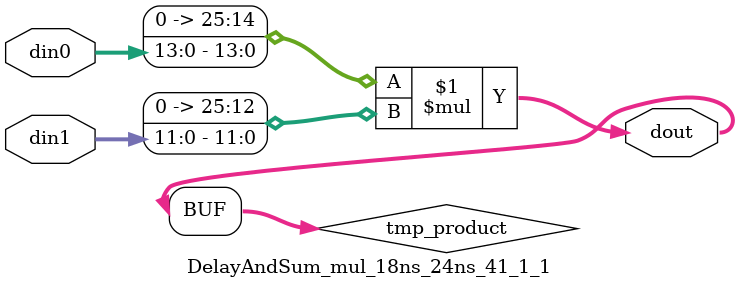
<source format=v>

`timescale 1 ns / 1 ps

 module DelayAndSum_mul_18ns_24ns_41_1_1(din0, din1, dout);
parameter ID = 1;
parameter NUM_STAGE = 0;
parameter din0_WIDTH = 14;
parameter din1_WIDTH = 12;
parameter dout_WIDTH = 26;

input [din0_WIDTH - 1 : 0] din0; 
input [din1_WIDTH - 1 : 0] din1; 
output [dout_WIDTH - 1 : 0] dout;

wire signed [dout_WIDTH - 1 : 0] tmp_product;
























assign tmp_product = $signed({1'b0, din0}) * $signed({1'b0, din1});











assign dout = tmp_product;





















endmodule

</source>
